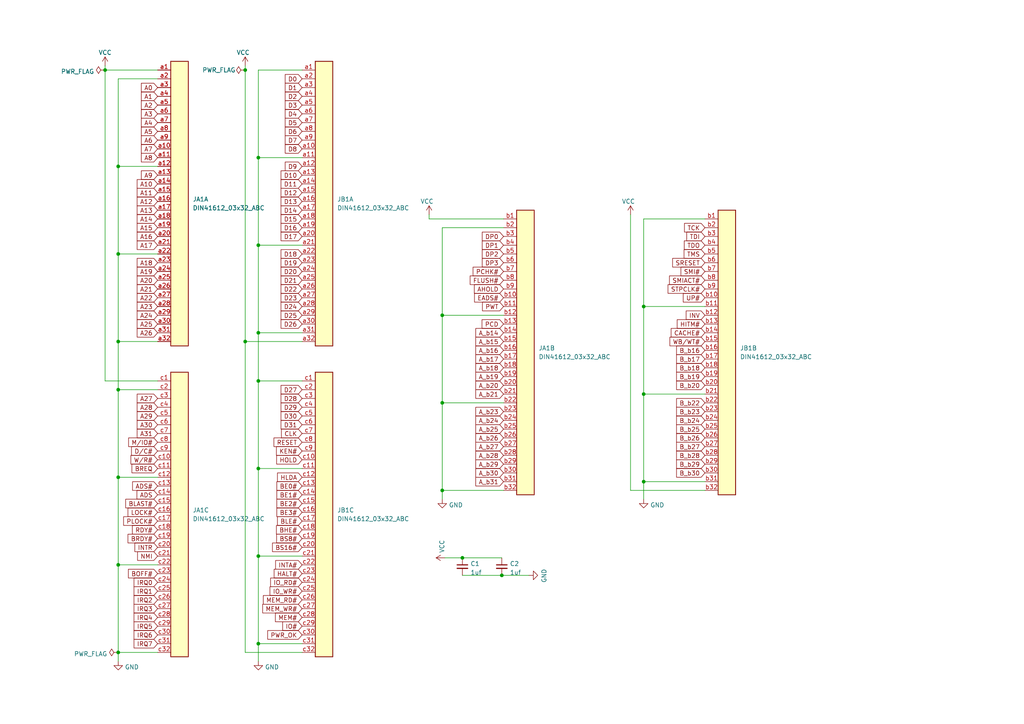
<source format=kicad_sch>
(kicad_sch (version 20211123) (generator eeschema)
  (paper "A4")
  (lib_symbols
    (symbol "Device:C_Small" (pin_numbers hide) (pin_names (offset 0.254) hide)
      (property "Reference" "C" (at 0.254 1.778 0))
      (property "Value" "C_Small" (at 0.254 -2.032 0))
      (symbol "C_Small_0_1"
        (polyline (pts (xy -1.524 -0.508) (xy 1.524 -0.508)) (stroke (width 0.3302)))
        (polyline (pts (xy -1.524 0.508) (xy 1.524 0.508)) (stroke (width 0.3048)))
      )
      (symbol "C_Small_1_1"
        (pin passive line (at 0 2.54 270) (length 2.032) (name "~") (number "1"))
        (pin passive line (at 0 -2.54 90) (length 2.032) (name "~") (number "2"))
      )
    )
    (symbol "Private Lib:DIN41612_03x32_ABC"
      (property "Reference" "U" (at 0 0 0))
      (property "Value" "DIN41612_03x32_ABC" (at 0 2.54 0))
      (symbol "DIN41612_03x32_ABC_0_1"
        (rectangle (start -2.54 -2.54) (end 2.54 -85.09) (stroke (width 0.254)) (fill (type background)))
      )
      (symbol "DIN41612_03x32_ABC_1_1"
        (pin passive line (at -6.35 -5.08 0) (length 3.81) (name "") (number "a1"))
        (pin passive line (at -6.35 -27.94 0) (length 3.81) (name "") (number "a10"))
        (pin passive line (at -6.35 -30.48 0) (length 3.81) (name "") (number "a11"))
        (pin passive line (at -6.35 -33.02 0) (length 3.81) (name "") (number "a12"))
        (pin passive line (at -6.35 -35.56 0) (length 3.81) (name "") (number "a13"))
        (pin passive line (at -6.35 -38.1 0) (length 3.81) (name "") (number "a14"))
        (pin passive line (at -6.35 -40.64 0) (length 3.81) (name "") (number "a15"))
        (pin passive line (at -6.35 -43.18 0) (length 3.81) (name "") (number "a16"))
        (pin passive line (at -6.35 -45.72 0) (length 3.81) (name "") (number "a17"))
        (pin passive line (at -6.35 -48.26 0) (length 3.81) (name "") (number "a18"))
        (pin passive line (at -6.35 -50.8 0) (length 3.81) (name "") (number "a19"))
        (pin passive line (at -6.35 -7.62 0) (length 3.81) (name "") (number "a2"))
        (pin passive line (at -6.35 -53.34 0) (length 3.81) (name "") (number "a20"))
        (pin passive line (at -6.35 -55.88 0) (length 3.81) (name "") (number "a21"))
        (pin passive line (at -6.35 -58.42 0) (length 3.81) (name "") (number "a22"))
        (pin passive line (at -6.35 -60.96 0) (length 3.81) (name "") (number "a23"))
        (pin passive line (at -6.35 -63.5 0) (length 3.81) (name "") (number "a24"))
        (pin passive line (at -6.35 -66.04 0) (length 3.81) (name "") (number "a25"))
        (pin passive line (at -6.35 -68.58 0) (length 3.81) (name "") (number "a26"))
        (pin passive line (at -6.35 -71.12 0) (length 3.81) (name "") (number "a27"))
        (pin passive line (at -6.35 -73.66 0) (length 3.81) (name "") (number "a28"))
        (pin passive line (at -6.35 -76.2 0) (length 3.81) (name "") (number "a29"))
        (pin passive line (at -6.35 -10.16 0) (length 3.81) (name "") (number "a3"))
        (pin passive line (at -6.35 -78.74 0) (length 3.81) (name "") (number "a30"))
        (pin passive line (at -6.35 -81.28 0) (length 3.81) (name "") (number "a31"))
        (pin passive line (at -6.35 -83.82 0) (length 3.81) (name "") (number "a32"))
        (pin passive line (at -6.35 -12.7 0) (length 3.81) (name "") (number "a4"))
        (pin passive line (at -6.35 -15.24 0) (length 3.81) (name "") (number "a5"))
        (pin passive line (at -6.35 -17.78 0) (length 3.81) (name "") (number "a6"))
        (pin passive line (at -6.35 -20.32 0) (length 3.81) (name "") (number "a7"))
        (pin passive line (at -6.35 -22.86 0) (length 3.81) (name "") (number "a8"))
        (pin passive line (at -6.35 -25.4 0) (length 3.81) (name "") (number "a9"))
      )
      (symbol "DIN41612_03x32_ABC_2_1"
        (pin passive line (at -6.35 -5.08 0) (length 3.81) (name "") (number "b1"))
        (pin passive line (at -6.35 -27.94 0) (length 3.81) (name "") (number "b10"))
        (pin passive line (at -6.35 -30.48 0) (length 3.81) (name "") (number "b11"))
        (pin passive line (at -6.35 -33.02 0) (length 3.81) (name "") (number "b12"))
        (pin passive line (at -6.35 -35.56 0) (length 3.81) (name "") (number "b13"))
        (pin passive line (at -6.35 -38.1 0) (length 3.81) (name "") (number "b14"))
        (pin passive line (at -6.35 -40.64 0) (length 3.81) (name "") (number "b15"))
        (pin passive line (at -6.35 -43.18 0) (length 3.81) (name "") (number "b16"))
        (pin passive line (at -6.35 -45.72 0) (length 3.81) (name "") (number "b17"))
        (pin passive line (at -6.35 -48.26 0) (length 3.81) (name "") (number "b18"))
        (pin passive line (at -6.35 -50.8 0) (length 3.81) (name "") (number "b19"))
        (pin passive line (at -6.35 -7.62 0) (length 3.81) (name "") (number "b2"))
        (pin passive line (at -6.35 -53.34 0) (length 3.81) (name "") (number "b20"))
        (pin passive line (at -6.35 -55.88 0) (length 3.81) (name "") (number "b21"))
        (pin passive line (at -6.35 -58.42 0) (length 3.81) (name "") (number "b22"))
        (pin passive line (at -6.35 -60.96 0) (length 3.81) (name "") (number "b23"))
        (pin passive line (at -6.35 -63.5 0) (length 3.81) (name "") (number "b24"))
        (pin passive line (at -6.35 -66.04 0) (length 3.81) (name "") (number "b25"))
        (pin passive line (at -6.35 -68.58 0) (length 3.81) (name "") (number "b26"))
        (pin passive line (at -6.35 -71.12 0) (length 3.81) (name "") (number "b27"))
        (pin passive line (at -6.35 -73.66 0) (length 3.81) (name "") (number "b28"))
        (pin passive line (at -6.35 -76.2 0) (length 3.81) (name "") (number "b29"))
        (pin passive line (at -6.35 -10.16 0) (length 3.81) (name "") (number "b3"))
        (pin passive line (at -6.35 -78.74 0) (length 3.81) (name "") (number "b30"))
        (pin passive line (at -6.35 -81.28 0) (length 3.81) (name "") (number "b31"))
        (pin passive line (at -6.35 -83.82 0) (length 3.81) (name "") (number "b32"))
        (pin passive line (at -6.35 -12.7 0) (length 3.81) (name "") (number "b4"))
        (pin passive line (at -6.35 -15.24 0) (length 3.81) (name "") (number "b5"))
        (pin passive line (at -6.35 -17.78 0) (length 3.81) (name "") (number "b6"))
        (pin passive line (at -6.35 -20.32 0) (length 3.81) (name "") (number "b7"))
        (pin passive line (at -6.35 -22.86 0) (length 3.81) (name "") (number "b8"))
        (pin passive line (at -6.35 -25.4 0) (length 3.81) (name "") (number "b9"))
      )
      (symbol "DIN41612_03x32_ABC_3_1"
        (pin passive line (at -6.35 -5.08 0) (length 3.81) (name "") (number "c1"))
        (pin passive line (at -6.35 -27.94 0) (length 3.81) (name "") (number "c10"))
        (pin passive line (at -6.35 -30.48 0) (length 3.81) (name "") (number "c11"))
        (pin passive line (at -6.35 -33.02 0) (length 3.81) (name "") (number "c12"))
        (pin passive line (at -6.35 -35.56 0) (length 3.81) (name "") (number "c13"))
        (pin passive line (at -6.35 -38.1 0) (length 3.81) (name "") (number "c14"))
        (pin passive line (at -6.35 -40.64 0) (length 3.81) (name "") (number "c15"))
        (pin passive line (at -6.35 -43.18 0) (length 3.81) (name "") (number "c16"))
        (pin passive line (at -6.35 -45.72 0) (length 3.81) (name "") (number "c17"))
        (pin passive line (at -6.35 -48.26 0) (length 3.81) (name "") (number "c18"))
        (pin passive line (at -6.35 -50.8 0) (length 3.81) (name "") (number "c19"))
        (pin passive line (at -6.35 -7.62 0) (length 3.81) (name "") (number "c2"))
        (pin passive line (at -6.35 -53.34 0) (length 3.81) (name "") (number "c20"))
        (pin passive line (at -6.35 -55.88 0) (length 3.81) (name "") (number "c21"))
        (pin passive line (at -6.35 -58.42 0) (length 3.81) (name "") (number "c22"))
        (pin passive line (at -6.35 -60.96 0) (length 3.81) (name "") (number "c23"))
        (pin passive line (at -6.35 -63.5 0) (length 3.81) (name "") (number "c24"))
        (pin passive line (at -6.35 -66.04 0) (length 3.81) (name "") (number "c25"))
        (pin passive line (at -6.35 -68.58 0) (length 3.81) (name "") (number "c26"))
        (pin passive line (at -6.35 -71.12 0) (length 3.81) (name "") (number "c27"))
        (pin passive line (at -6.35 -73.66 0) (length 3.81) (name "") (number "c28"))
        (pin passive line (at -6.35 -76.2 0) (length 3.81) (name "") (number "c29"))
        (pin passive line (at -6.35 -10.16 0) (length 3.81) (name "") (number "c3"))
        (pin passive line (at -6.35 -78.74 0) (length 3.81) (name "") (number "c30"))
        (pin passive line (at -6.35 -81.28 0) (length 3.81) (name "") (number "c31"))
        (pin passive line (at -6.35 -83.82 0) (length 3.81) (name "") (number "c32"))
        (pin passive line (at -6.35 -12.7 0) (length 3.81) (name "") (number "c4"))
        (pin passive line (at -6.35 -15.24 0) (length 3.81) (name "") (number "c5"))
        (pin passive line (at -6.35 -17.78 0) (length 3.81) (name "") (number "c6"))
        (pin passive line (at -6.35 -20.32 0) (length 3.81) (name "") (number "c7"))
        (pin passive line (at -6.35 -22.86 0) (length 3.81) (name "") (number "c8"))
        (pin passive line (at -6.35 -25.4 0) (length 3.81) (name "") (number "c9"))
      )
    )
    (symbol "power:GND" (power) (pin_names (offset 0))
      (property "Value" "GND" (at 0 -3.81 0))
      (symbol "GND_0_1"
        (polyline (pts (xy 0 0) (xy 0 -1.27) (xy 1.27 -1.27) (xy 0 -2.54) (xy -1.27 -1.27) (xy 0 -1.27)))
      )
      (symbol "GND_1_1"
        (pin power_in line (at 0 0 270) (length 0) hide (name "GND") (number "1"))
      )
    )
    (symbol "power:PWR_FLAG" (power) (pin_numbers hide) (pin_names (offset 0) hide)
      (property "Value" "PWR_FLAG" (at 0 3.81 0))
      (symbol "PWR_FLAG_0_0"
        (pin power_out line (at 0 0 90) (length 0) (name "pwr") (number "1"))
      )
      (symbol "PWR_FLAG_0_1"
        (polyline (pts (xy 0 0) (xy 0 1.27) (xy -1.016 1.905) (xy 0 2.54) (xy 1.016 1.905) (xy 0 1.27)))
      )
    )
    (symbol "power:VCC" (power) (pin_names (offset 0))
      (property "Value" "VCC" (at 0 3.81 0))
      (symbol "VCC_0_1"
        (polyline (pts (xy -0.762 1.27) (xy 0 2.54)))
        (polyline (pts (xy 0 0) (xy 0 2.54)))
        (polyline (pts (xy 0 2.54) (xy 0.762 1.27)))
      )
      (symbol "VCC_1_1"
        (pin power_in line (at 0 0 90) (length 0) hide (name "VCC") (number "1"))
      )
    )
  )
  (junction (at 34.29 189.23))
  (junction (at 74.93 135.89))
  (junction (at 134.112 161.798))
  (junction (at 128.27 142.24))
  (junction (at 34.29 138.43))
  (junction (at 186.69 114.3))
  (junction (at 34.29 163.83))
  (junction (at 34.29 113.03))
  (junction (at 186.69 88.9))
  (junction (at 74.93 186.69))
  (junction (at 34.29 48.26))
  (junction (at 34.29 99.06))
  (junction (at 71.12 20.32))
  (junction (at 71.12 99.06))
  (junction (at 74.93 71.12))
  (junction (at 145.542 166.878))
  (junction (at 74.93 96.52))
  (junction (at 74.93 45.72))
  (junction (at 74.93 161.29))
  (junction (at 128.27 91.44))
  (junction (at 128.27 116.84))
  (junction (at 74.93 110.49))
  (junction (at 30.48 20.32))
  (junction (at 34.29 73.66))
  (junction (at 186.69 139.7))
  (wire (pts (xy 34.29 113.03) (xy 34.29 138.43)))
  (wire (pts (xy 30.48 19.05) (xy 30.48 20.32)))
  (wire (pts (xy 124.46 63.5) (xy 146.05 63.5)))
  (wire (pts (xy 34.29 99.06) (xy 34.29 113.03)))
  (wire (pts (xy 30.48 20.32) (xy 30.48 110.49)))
  (wire (pts (xy 34.29 73.66) (xy 34.29 99.06)))
  (wire (pts (xy 186.69 88.9) (xy 186.69 114.3)))
  (wire (pts (xy 74.93 135.89) (xy 87.63 135.89)))
  (wire (pts (xy 34.29 189.23) (xy 45.72 189.23)))
  (wire (pts (xy 45.72 22.86) (xy 34.29 22.86)))
  (wire (pts (xy 74.93 161.29) (xy 74.93 186.69)))
  (wire (pts (xy 186.69 88.9) (xy 204.47 88.9)))
  (wire (pts (xy 71.12 99.06) (xy 71.12 189.23)))
  (wire (pts (xy 34.29 163.83) (xy 45.72 163.83)))
  (wire (pts (xy 34.29 48.26) (xy 34.29 73.66)))
  (wire (pts (xy 74.93 161.29) (xy 87.63 161.29)))
  (wire (pts (xy 128.27 116.84) (xy 128.27 142.24)))
  (wire (pts (xy 182.88 62.23) (xy 182.88 142.24)))
  (wire (pts (xy 146.05 66.04) (xy 128.27 66.04)))
  (wire (pts (xy 74.93 135.89) (xy 74.93 161.29)))
  (wire (pts (xy 146.05 116.84) (xy 128.27 116.84)))
  (wire (pts (xy 74.93 45.72) (xy 74.93 71.12)))
  (wire (pts (xy 30.48 110.49) (xy 45.72 110.49)))
  (wire (pts (xy 74.93 186.69) (xy 87.63 186.69)))
  (wire (pts (xy 34.29 138.43) (xy 45.72 138.43)))
  (wire (pts (xy 74.93 71.12) (xy 74.93 96.52)))
  (wire (pts (xy 74.93 96.52) (xy 87.63 96.52)))
  (wire (pts (xy 71.12 189.23) (xy 87.63 189.23)))
  (wire (pts (xy 74.93 20.32) (xy 74.93 45.72)))
  (wire (pts (xy 204.47 114.3) (xy 186.69 114.3)))
  (wire (pts (xy 74.93 110.49) (xy 74.93 135.89)))
  (wire (pts (xy 71.12 19.05) (xy 71.12 20.32)))
  (wire (pts (xy 145.542 166.878) (xy 153.416 166.878)))
  (wire (pts (xy 204.47 142.24) (xy 182.88 142.24)))
  (wire (pts (xy 128.27 144.78) (xy 128.27 142.24)))
  (wire (pts (xy 124.46 62.23) (xy 124.46 63.5)))
  (wire (pts (xy 30.48 20.32) (xy 45.72 20.32)))
  (wire (pts (xy 34.29 48.26) (xy 45.72 48.26)))
  (wire (pts (xy 34.29 73.66) (xy 45.72 73.66)))
  (wire (pts (xy 74.93 45.72) (xy 87.63 45.72)))
  (wire (pts (xy 204.47 139.7) (xy 186.69 139.7)))
  (wire (pts (xy 34.29 22.86) (xy 34.29 48.26)))
  (wire (pts (xy 71.12 99.06) (xy 87.63 99.06)))
  (wire (pts (xy 34.29 163.83) (xy 34.29 189.23)))
  (wire (pts (xy 34.29 191.77) (xy 34.29 189.23)))
  (wire (pts (xy 74.93 71.12) (xy 87.63 71.12)))
  (wire (pts (xy 74.93 110.49) (xy 87.63 110.49)))
  (wire (pts (xy 34.29 99.06) (xy 45.72 99.06)))
  (wire (pts (xy 186.69 114.3) (xy 186.69 139.7)))
  (wire (pts (xy 146.05 142.24) (xy 128.27 142.24)))
  (wire (pts (xy 128.27 91.44) (xy 146.05 91.44)))
  (wire (pts (xy 34.29 113.03) (xy 45.72 113.03)))
  (wire (pts (xy 71.12 20.32) (xy 71.12 99.06)))
  (wire (pts (xy 74.93 96.52) (xy 74.93 110.49)))
  (wire (pts (xy 186.69 139.7) (xy 186.69 144.78)))
  (wire (pts (xy 134.112 161.798) (xy 145.542 161.798)))
  (wire (pts (xy 87.63 20.32) (xy 74.93 20.32)))
  (wire (pts (xy 129.032 161.798) (xy 134.112 161.798)))
  (wire (pts (xy 128.27 66.04) (xy 128.27 91.44)))
  (wire (pts (xy 204.47 63.5) (xy 186.69 63.5)))
  (wire (pts (xy 74.93 186.69) (xy 74.93 191.77)))
  (wire (pts (xy 34.29 138.43) (xy 34.29 163.83)))
  (wire (pts (xy 128.27 91.44) (xy 128.27 116.84)))
  (wire (pts (xy 186.69 63.5) (xy 186.69 88.9)))
  (wire (pts (xy 134.112 166.878) (xy 145.542 166.878)))
  (global_label "A9" (shape input) (at 45.72 50.8 180) (property "Intersheet References" "${INTERSHEET_REFS}" (effects hide)))
  (global_label "A26" (shape input) (at 45.72 96.52 180) (property "Intersheet References" "${INTERSHEET_REFS}" (effects hide)))
  (global_label "PLOCK#" (shape input) (at 45.72 151.13 180) (property "Intersheet References" "${INTERSHEET_REFS}" (effects hide)))
  (global_label "ADS" (shape input) (at 45.72 143.51 180) (property "Intersheet References" "${INTERSHEET_REFS}" (effects hide)))
  (global_label "BOFF#" (shape input) (at 45.72 166.37 180) (property "Intersheet References" "${INTERSHEET_REFS}" (effects hide)))
  (global_label "A20" (shape input) (at 45.72 81.28 180) (property "Intersheet References" "${INTERSHEET_REFS}" (effects hide)))
  (global_label "D26" (shape input) (at 87.63 93.98 180) (property "Intersheet References" "${INTERSHEET_REFS}" (effects hide)))
  (global_label "D16" (shape input) (at 87.63 66.04 180) (property "Intersheet References" "${INTERSHEET_REFS}" (effects hide)))
  (global_label "D28" (shape input) (at 87.63 115.57 180) (property "Intersheet References" "${INTERSHEET_REFS}" (effects hide)))
  (global_label "SMIACT#" (shape input) (at 204.47 81.28 180) (property "Intersheet References" "${INTERSHEET_REFS}" (effects hide)))
  (global_label "B_b18" (shape input) (at 204.47 106.68 180) (property "Intersheet References" "${INTERSHEET_REFS}" (effects hide)))
  (global_label "A15" (shape input) (at 45.72 66.04 180) (property "Intersheet References" "${INTERSHEET_REFS}" (effects hide)))
  (global_label "A27" (shape input) (at 45.72 115.57 180) (property "Intersheet References" "${INTERSHEET_REFS}" (effects hide)))
  (global_label "A_b27" (shape input) (at 146.05 129.54 180) (property "Intersheet References" "${INTERSHEET_REFS}" (effects hide)))
  (global_label "D{slash}C#" (shape input) (at 45.72 130.81 180) (property "Intersheet References" "${INTERSHEET_REFS}" (effects hide)))
  (global_label "TCK" (shape input) (at 204.47 66.04 180) (property "Intersheet References" "${INTERSHEET_REFS}" (effects hide)))
  (global_label "A_b29" (shape input) (at 146.05 134.62 180) (property "Intersheet References" "${INTERSHEET_REFS}" (effects hide)))
  (global_label "D19" (shape input) (at 87.63 76.2 180) (property "Intersheet References" "${INTERSHEET_REFS}" (effects hide)))
  (global_label "D13" (shape input) (at 87.63 58.42 180) (property "Intersheet References" "${INTERSHEET_REFS}" (effects hide)))
  (global_label "B_b24" (shape input) (at 204.47 121.92 180) (property "Intersheet References" "${INTERSHEET_REFS}" (effects hide)))
  (global_label "A8" (shape input) (at 45.72 45.72 180) (property "Intersheet References" "${INTERSHEET_REFS}" (effects hide)))
  (global_label "A14" (shape input) (at 45.72 63.5 180) (property "Intersheet References" "${INTERSHEET_REFS}" (effects hide)))
  (global_label "B_b25" (shape input) (at 204.47 124.46 180) (property "Intersheet References" "${INTERSHEET_REFS}" (effects hide)))
  (global_label "B_b16" (shape input) (at 204.47 101.6 180) (property "Intersheet References" "${INTERSHEET_REFS}" (effects hide)))
  (global_label "SMI#" (shape input) (at 204.47 78.74 180) (property "Intersheet References" "${INTERSHEET_REFS}" (effects hide)))
  (global_label "A7" (shape input) (at 45.72 43.18 180) (property "Intersheet References" "${INTERSHEET_REFS}" (effects hide)))
  (global_label "UP#" (shape input) (at 204.47 86.36 180) (property "Intersheet References" "${INTERSHEET_REFS}" (effects hide)))
  (global_label "D8" (shape input) (at 87.63 43.18 180) (property "Intersheet References" "${INTERSHEET_REFS}" (effects hide)))
  (global_label "D29" (shape input) (at 87.63 118.11 180) (property "Intersheet References" "${INTERSHEET_REFS}" (effects hide)))
  (global_label "INTA#" (shape input) (at 87.63 163.83 180) (property "Intersheet References" "${INTERSHEET_REFS}" (effects hide)))
  (global_label "B_b30" (shape input) (at 204.47 137.16 180) (property "Intersheet References" "${INTERSHEET_REFS}" (effects hide)))
  (global_label "A_b21" (shape input) (at 146.05 114.3 180) (property "Intersheet References" "${INTERSHEET_REFS}" (effects hide)))
  (global_label "B_b19" (shape input) (at 204.47 109.22 180) (property "Intersheet References" "${INTERSHEET_REFS}" (effects hide)))
  (global_label "A28" (shape input) (at 45.72 118.11 180) (property "Intersheet References" "${INTERSHEET_REFS}" (effects hide)))
  (global_label "A_b30" (shape input) (at 146.05 137.16 180) (property "Intersheet References" "${INTERSHEET_REFS}" (effects hide)))
  (global_label "INV" (shape input) (at 204.47 91.44 180) (property "Intersheet References" "${INTERSHEET_REFS}" (effects hide)))
  (global_label "A19" (shape input) (at 45.72 78.74 180) (property "Intersheet References" "${INTERSHEET_REFS}" (effects hide)))
  (global_label "PWR_OK" (shape input) (at 87.63 184.15 180) (property "Intersheet References" "${INTERSHEET_REFS}" (effects hide)))
  (global_label "A0" (shape input) (at 45.72 25.4 180) (property "Intersheet References" "${INTERSHEET_REFS}" (effects hide)))
  (global_label "INTR" (shape input) (at 45.72 158.75 180) (property "Intersheet References" "${INTERSHEET_REFS}" (effects hide)))
  (global_label "A10" (shape input) (at 45.72 53.34 180) (property "Intersheet References" "${INTERSHEET_REFS}" (effects hide)))
  (global_label "DP0" (shape input) (at 146.05 68.58 180) (property "Intersheet References" "${INTERSHEET_REFS}" (effects hide)))
  (global_label "D1" (shape input) (at 87.63 25.4 180) (property "Intersheet References" "${INTERSHEET_REFS}" (effects hide)))
  (global_label "BRDY#" (shape input) (at 45.72 156.21 180) (property "Intersheet References" "${INTERSHEET_REFS}" (effects hide)))
  (global_label "BREQ" (shape input) (at 45.72 135.89 180) (property "Intersheet References" "${INTERSHEET_REFS}" (effects hide)))
  (global_label "A3" (shape input) (at 45.72 33.02 180) (property "Intersheet References" "${INTERSHEET_REFS}" (effects hide)))
  (global_label "WB{slash}WT#" (shape input) (at 204.47 99.06 180) (property "Intersheet References" "${INTERSHEET_REFS}" (effects hide)))
  (global_label "W{slash}R#" (shape input) (at 45.72 133.35 180) (property "Intersheet References" "${INTERSHEET_REFS}" (effects hide)))
  (global_label "IRQ4" (shape input) (at 45.72 179.07 180) (property "Intersheet References" "${INTERSHEET_REFS}" (effects hide)))
  (global_label "STPCLK#" (shape input) (at 204.47 83.82 180) (property "Intersheet References" "${INTERSHEET_REFS}" (effects hide)))
  (global_label "D9" (shape input) (at 87.63 48.26 180) (property "Intersheet References" "${INTERSHEET_REFS}" (effects hide)))
  (global_label "BLE#" (shape input) (at 87.63 151.13 180) (property "Intersheet References" "${INTERSHEET_REFS}" (effects hide)))
  (global_label "A22" (shape input) (at 45.72 86.36 180) (property "Intersheet References" "${INTERSHEET_REFS}" (effects hide)))
  (global_label "D15" (shape input) (at 87.63 63.5 180) (property "Intersheet References" "${INTERSHEET_REFS}" (effects hide)))
  (global_label "D6" (shape input) (at 87.63 38.1 180) (property "Intersheet References" "${INTERSHEET_REFS}" (effects hide)))
  (global_label "A31" (shape input) (at 45.72 125.73 180) (property "Intersheet References" "${INTERSHEET_REFS}" (effects hide)))
  (global_label "B_b29" (shape input) (at 204.47 134.62 180) (property "Intersheet References" "${INTERSHEET_REFS}" (effects hide)))
  (global_label "IO_WR#" (shape input) (at 87.63 171.45 180) (property "Intersheet References" "${INTERSHEET_REFS}" (effects hide)))
  (global_label "A11" (shape input) (at 45.72 55.88 180) (property "Intersheet References" "${INTERSHEET_REFS}" (effects hide)))
  (global_label "TDO" (shape input) (at 204.47 71.12 180) (property "Intersheet References" "${INTERSHEET_REFS}" (effects hide)))
  (global_label "BE3#" (shape input) (at 87.63 148.59 180) (property "Intersheet References" "${INTERSHEET_REFS}" (effects hide)))
  (global_label "A_b17" (shape input) (at 146.05 104.14 180) (property "Intersheet References" "${INTERSHEET_REFS}" (effects hide)))
  (global_label "KEN#" (shape input) (at 87.63 130.81 180) (property "Intersheet References" "${INTERSHEET_REFS}" (effects hide)))
  (global_label "PCD" (shape input) (at 146.05 93.98 180) (property "Intersheet References" "${INTERSHEET_REFS}" (effects hide)))
  (global_label "A25" (shape input) (at 45.72 93.98 180) (property "Intersheet References" "${INTERSHEET_REFS}" (effects hide)))
  (global_label "A21" (shape input) (at 45.72 83.82 180) (property "Intersheet References" "${INTERSHEET_REFS}" (effects hide)))
  (global_label "B_b20" (shape input) (at 204.47 111.76 180) (property "Intersheet References" "${INTERSHEET_REFS}" (effects hide)))
  (global_label "IRQ3" (shape input) (at 45.72 176.53 180) (property "Intersheet References" "${INTERSHEET_REFS}" (effects hide)))
  (global_label "D27" (shape input) (at 87.63 113.03 180) (property "Intersheet References" "${INTERSHEET_REFS}" (effects hide)))
  (global_label "BS16#" (shape input) (at 87.63 158.75 180) (property "Intersheet References" "${INTERSHEET_REFS}" (effects hide)))
  (global_label "IRQ6" (shape input) (at 45.72 184.15 180) (property "Intersheet References" "${INTERSHEET_REFS}" (effects hide)))
  (global_label "D23" (shape input) (at 87.63 86.36 180) (property "Intersheet References" "${INTERSHEET_REFS}" (effects hide)))
  (global_label "A13" (shape input) (at 45.72 60.96 180) (property "Intersheet References" "${INTERSHEET_REFS}" (effects hide)))
  (global_label "MEM#" (shape input) (at 87.63 179.07 180) (property "Intersheet References" "${INTERSHEET_REFS}" (effects hide)))
  (global_label "D21" (shape input) (at 87.63 81.28 180) (property "Intersheet References" "${INTERSHEET_REFS}" (effects hide)))
  (global_label "IRQ5" (shape input) (at 45.72 181.61 180) (property "Intersheet References" "${INTERSHEET_REFS}" (effects hide)))
  (global_label "D22" (shape input) (at 87.63 83.82 180) (property "Intersheet References" "${INTERSHEET_REFS}" (effects hide)))
  (global_label "HOLD" (shape input) (at 87.63 133.35 180) (property "Intersheet References" "${INTERSHEET_REFS}" (effects hide)))
  (global_label "A_b26" (shape input) (at 146.05 127 180) (property "Intersheet References" "${INTERSHEET_REFS}" (effects hide)))
  (global_label "FLUSH#" (shape input) (at 146.05 81.28 180) (property "Intersheet References" "${INTERSHEET_REFS}" (effects hide)))
  (global_label "D18" (shape input) (at 87.63 73.66 180) (property "Intersheet References" "${INTERSHEET_REFS}" (effects hide)))
  (global_label "D7" (shape input) (at 87.63 40.64 180) (property "Intersheet References" "${INTERSHEET_REFS}" (effects hide)))
  (global_label "D30" (shape input) (at 87.63 120.65 180) (property "Intersheet References" "${INTERSHEET_REFS}" (effects hide)))
  (global_label "BE0#" (shape input) (at 87.63 140.97 180) (property "Intersheet References" "${INTERSHEET_REFS}" (effects hide)))
  (global_label "A_b14" (shape input) (at 146.05 96.52 180) (property "Intersheet References" "${INTERSHEET_REFS}" (effects hide)))
  (global_label "SRESET" (shape input) (at 204.47 76.2 180) (property "Intersheet References" "${INTERSHEET_REFS}" (effects hide)))
  (global_label "A29" (shape input) (at 45.72 120.65 180) (property "Intersheet References" "${INTERSHEET_REFS}" (effects hide)))
  (global_label "D17" (shape input) (at 87.63 68.58 180) (property "Intersheet References" "${INTERSHEET_REFS}" (effects hide)))
  (global_label "LOCK#" (shape input) (at 45.72 148.59 180) (property "Intersheet References" "${INTERSHEET_REFS}" (effects hide)))
  (global_label "A30" (shape input) (at 45.72 123.19 180) (property "Intersheet References" "${INTERSHEET_REFS}" (effects hide)))
  (global_label "D11" (shape input) (at 87.63 53.34 180) (property "Intersheet References" "${INTERSHEET_REFS}" (effects hide)))
  (global_label "D20" (shape input) (at 87.63 78.74 180) (property "Intersheet References" "${INTERSHEET_REFS}" (effects hide)))
  (global_label "M{slash}IO#" (shape input) (at 45.72 128.27 180) (property "Intersheet References" "${INTERSHEET_REFS}" (effects hide)))
  (global_label "DP2" (shape input) (at 146.05 73.66 180) (property "Intersheet References" "${INTERSHEET_REFS}" (effects hide)))
  (global_label "BLAST#" (shape input) (at 45.72 146.05 180) (property "Intersheet References" "${INTERSHEET_REFS}" (effects hide)))
  (global_label "CACHE#" (shape input) (at 204.47 96.52 180) (property "Intersheet References" "${INTERSHEET_REFS}" (effects hide)))
  (global_label "A_b15" (shape input) (at 146.05 99.06 180) (property "Intersheet References" "${INTERSHEET_REFS}" (effects hide)))
  (global_label "A1" (shape input) (at 45.72 27.94 180) (property "Intersheet References" "${INTERSHEET_REFS}" (effects hide)))
  (global_label "D24" (shape input) (at 87.63 88.9 180) (property "Intersheet References" "${INTERSHEET_REFS}" (effects hide)))
  (global_label "A_b18" (shape input) (at 146.05 106.68 180) (property "Intersheet References" "${INTERSHEET_REFS}" (effects hide)))
  (global_label "PCHK#" (shape input) (at 146.05 78.74 180) (property "Intersheet References" "${INTERSHEET_REFS}" (effects hide)))
  (global_label "A6" (shape input) (at 45.72 40.64 180) (property "Intersheet References" "${INTERSHEET_REFS}" (effects hide)))
  (global_label "MEM_WR#" (shape input) (at 87.63 176.53 180) (property "Intersheet References" "${INTERSHEET_REFS}" (effects hide)))
  (global_label "A_b20" (shape input) (at 146.05 111.76 180) (property "Intersheet References" "${INTERSHEET_REFS}" (effects hide)))
  (global_label "AHOLD" (shape input) (at 146.05 83.82 180) (property "Intersheet References" "${INTERSHEET_REFS}" (effects hide)))
  (global_label "B_b22" (shape input) (at 204.47 116.84 180) (property "Intersheet References" "${INTERSHEET_REFS}" (effects hide)))
  (global_label "TMS" (shape input) (at 204.47 73.66 180) (property "Intersheet References" "${INTERSHEET_REFS}" (effects hide)))
  (global_label "IRQ0" (shape input) (at 45.72 168.91 180) (property "Intersheet References" "${INTERSHEET_REFS}" (effects hide)))
  (global_label "IO#" (shape input) (at 87.63 181.61 180) (property "Intersheet References" "${INTERSHEET_REFS}" (effects hide)))
  (global_label "D31" (shape input) (at 87.63 123.19 180) (property "Intersheet References" "${INTERSHEET_REFS}" (effects hide)))
  (global_label "B_b27" (shape input) (at 204.47 129.54 180) (property "Intersheet References" "${INTERSHEET_REFS}" (effects hide)))
  (global_label "DP1" (shape input) (at 146.05 71.12 180) (property "Intersheet References" "${INTERSHEET_REFS}" (effects hide)))
  (global_label "A_b16" (shape input) (at 146.05 101.6 180) (property "Intersheet References" "${INTERSHEET_REFS}" (effects hide)))
  (global_label "D2" (shape input) (at 87.63 27.94 180) (property "Intersheet References" "${INTERSHEET_REFS}" (effects hide)))
  (global_label "D12" (shape input) (at 87.63 55.88 180) (property "Intersheet References" "${INTERSHEET_REFS}" (effects hide)))
  (global_label "BE2#" (shape input) (at 87.63 146.05 180) (property "Intersheet References" "${INTERSHEET_REFS}" (effects hide)))
  (global_label "A4" (shape input) (at 45.72 35.56 180) (property "Intersheet References" "${INTERSHEET_REFS}" (effects hide)))
  (global_label "A_b24" (shape input) (at 146.05 121.92 180) (property "Intersheet References" "${INTERSHEET_REFS}" (effects hide)))
  (global_label "IRQ1" (shape input) (at 45.72 171.45 180) (property "Intersheet References" "${INTERSHEET_REFS}" (effects hide)))
  (global_label "D3" (shape input) (at 87.63 30.48 180) (property "Intersheet References" "${INTERSHEET_REFS}" (effects hide)))
  (global_label "NMI" (shape input) (at 45.72 161.29 180) (property "Intersheet References" "${INTERSHEET_REFS}" (effects hide)))
  (global_label "A16" (shape input) (at 45.72 68.58 180) (property "Intersheet References" "${INTERSHEET_REFS}" (effects hide)))
  (global_label "IO_RD#" (shape input) (at 87.63 168.91 180) (property "Intersheet References" "${INTERSHEET_REFS}" (effects hide)))
  (global_label "A_b23" (shape input) (at 146.05 119.38 180) (property "Intersheet References" "${INTERSHEET_REFS}" (effects hide)))
  (global_label "D0" (shape input) (at 87.63 22.86 180) (property "Intersheet References" "${INTERSHEET_REFS}" (effects hide)))
  (global_label "TDI" (shape input) (at 204.47 68.58 180) (property "Intersheet References" "${INTERSHEET_REFS}" (effects hide)))
  (global_label "B_b23" (shape input) (at 204.47 119.38 180) (property "Intersheet References" "${INTERSHEET_REFS}" (effects hide)))
  (global_label "A_b31" (shape input) (at 146.05 139.7 180) (property "Intersheet References" "${INTERSHEET_REFS}" (effects hide)))
  (global_label "D25" (shape input) (at 87.63 91.44 180) (property "Intersheet References" "${INTERSHEET_REFS}" (effects hide)))
  (global_label "DP3" (shape input) (at 146.05 76.2 180) (property "Intersheet References" "${INTERSHEET_REFS}" (effects hide)))
  (global_label "A23" (shape input) (at 45.72 88.9 180) (property "Intersheet References" "${INTERSHEET_REFS}" (effects hide)))
  (global_label "A24" (shape input) (at 45.72 91.44 180) (property "Intersheet References" "${INTERSHEET_REFS}" (effects hide)))
  (global_label "HITM#" (shape input) (at 204.47 93.98 180) (property "Intersheet References" "${INTERSHEET_REFS}" (effects hide)))
  (global_label "D10" (shape input) (at 87.63 50.8 180) (property "Intersheet References" "${INTERSHEET_REFS}" (effects hide)))
  (global_label "A_b28" (shape input) (at 146.05 132.08 180) (property "Intersheet References" "${INTERSHEET_REFS}" (effects hide)))
  (global_label "D5" (shape input) (at 87.63 35.56 180) (property "Intersheet References" "${INTERSHEET_REFS}" (effects hide)))
  (global_label "MEM_RD#" (shape input) (at 87.63 173.99 180) (property "Intersheet References" "${INTERSHEET_REFS}" (effects hide)))
  (global_label "A_b19" (shape input) (at 146.05 109.22 180) (property "Intersheet References" "${INTERSHEET_REFS}" (effects hide)))
  (global_label "A2" (shape input) (at 45.72 30.48 180) (property "Intersheet References" "${INTERSHEET_REFS}" (effects hide)))
  (global_label "D4" (shape input) (at 87.63 33.02 180) (property "Intersheet References" "${INTERSHEET_REFS}" (effects hide)))
  (global_label "A_b25" (shape input) (at 146.05 124.46 180) (property "Intersheet References" "${INTERSHEET_REFS}" (effects hide)))
  (global_label "D14" (shape input) (at 87.63 60.96 180) (property "Intersheet References" "${INTERSHEET_REFS}" (effects hide)))
  (global_label "IRQ2" (shape input) (at 45.72 173.99 180) (property "Intersheet References" "${INTERSHEET_REFS}" (effects hide)))
  (global_label "A18" (shape input) (at 45.72 76.2 180) (property "Intersheet References" "${INTERSHEET_REFS}" (effects hide)))
  (global_label "CLK" (shape input) (at 87.63 125.73 180) (property "Intersheet References" "${INTERSHEET_REFS}" (effects hide)))
  (global_label "B_b28" (shape input) (at 204.47 132.08 180) (property "Intersheet References" "${INTERSHEET_REFS}" (effects hide)))
  (global_label "BS8#" (shape input) (at 87.63 156.21 180) (property "Intersheet References" "${INTERSHEET_REFS}" (effects hide)))
  (global_label "A5" (shape input) (at 45.72 38.1 180) (property "Intersheet References" "${INTERSHEET_REFS}" (effects hide)))
  (global_label "IRQ7" (shape input) (at 45.72 186.69 180) (property "Intersheet References" "${INTERSHEET_REFS}" (effects hide)))
  (global_label "B_b26" (shape input) (at 204.47 127 180) (property "Intersheet References" "${INTERSHEET_REFS}" (effects hide)))
  (global_label "ADS#" (shape input) (at 45.72 140.97 180) (property "Intersheet References" "${INTERSHEET_REFS}" (effects hide)))
  (global_label "HALT#" (shape input) (at 87.63 166.37 180) (property "Intersheet References" "${INTERSHEET_REFS}" (effects hide)))
  (global_label "RDY#" (shape input) (at 45.72 153.67 180) (property "Intersheet References" "${INTERSHEET_REFS}" (effects hide)))
  (global_label "EADS#" (shape input) (at 146.05 86.36 180) (property "Intersheet References" "${INTERSHEET_REFS}" (effects hide)))
  (global_label "BHE#" (shape input) (at 87.63 153.67 180) (property "Intersheet References" "${INTERSHEET_REFS}" (effects hide)))
  (global_label "B_b17" (shape input) (at 204.47 104.14 180) (property "Intersheet References" "${INTERSHEET_REFS}" (effects hide)))
  (global_label "RESET" (shape input) (at 87.63 128.27 180) (property "Intersheet References" "${INTERSHEET_REFS}" (effects hide)))
  (global_label "PWT" (shape input) (at 146.05 88.9 180) (property "Intersheet References" "${INTERSHEET_REFS}" (effects hide)))
  (global_label "A17" (shape input) (at 45.72 71.12 180) (property "Intersheet References" "${INTERSHEET_REFS}" (effects hide)))
  (global_label "A12" (shape input) (at 45.72 58.42 180) (property "Intersheet References" "${INTERSHEET_REFS}" (effects hide)))
  (global_label "BE1#" (shape input) (at 87.63 143.51 180) (property "Intersheet References" "${INTERSHEET_REFS}" (effects hide)))
  (global_label "HLDA" (shape input) (at 87.63 138.43 180) (property "Intersheet References" "${INTERSHEET_REFS}" (effects hide)))
  (symbol (lib_id "Private Lib:DIN41612_03x32_ABC") (at 93.98 105.41 0) (unit 3)
    (property "Reference" "JB1" (at 97.79 147.9549 0) (effects (justify left)))
    (property "Value" "DIN41612_03x32_ABC" (at 97.79 150.4949 0) (effects (justify left)))
    (property "Footprint" "Connector_DIN:DIN41612_R_3x32_Male_Horizontal_THT" (effects hide))
  )
  (symbol (lib_id "Private Lib:DIN41612_03x32_ABC") (at 93.98 15.24 0) (unit 1)
    (property "Reference" "JB1" (at 97.79 57.7849 0) (effects (justify left)))
    (property "Value" "DIN41612_03x32_ABC" (at 97.79 60.3249 0) (effects (justify left)))
    (property "Footprint" "Connector_DIN:DIN41612_R_3x32_Male_Horizontal_THT" (effects hide))
  )
  (symbol (lib_id "power:VCC") (at 129.032 161.798 90) (mirror x) (unit 1)
    (property "Reference" "#PWR07" (effects hide))
    (property "Value" "VCC" (at 128.1958 160.401 0) (effects (justify right)))
  )
  (symbol (lib_id "Private Lib:DIN41612_03x32_ABC") (at 210.82 58.42 0) (unit 2)
    (property "Reference" "JB1" (at 214.63 100.9649 0) (effects (justify left)))
    (property "Value" "DIN41612_03x32_ABC" (at 214.63 103.5049 0) (effects (justify left)))
    (property "Footprint" "Connector_DIN:DIN41612_R_3x32_Male_Horizontal_THT" (effects hide))
  )
  (symbol (lib_id "Private Lib:DIN41612_03x32_ABC") (at 152.4 58.42 0) (unit 2)
    (property "Reference" "JA1" (at 156.21 100.9649 0) (effects (justify left)))
    (property "Value" "DIN41612_03x32_ABC" (at 156.21 103.5049 0) (effects (justify left)))
    (property "Footprint" "Connector_DIN:DIN41612_R_3x32_Male_Horizontal_THT" (effects hide))
  )
  (symbol (lib_id "power:GND") (at 34.29 191.77 0) (mirror y) (unit 1)
    (property "Reference" "#PWR02" (effects hide))
    (property "Value" "GND" (at 36.195 193.4738 0) (effects (justify right)))
  )
  (symbol (lib_id "power:VCC") (at 124.46 62.23 0) (mirror y) (unit 1)
    (property "Reference" "#PWR05" (effects hide))
    (property "Value" "VCC" (at 121.92 58.42 0) (effects (justify right)))
  )
  (symbol (lib_id "power:PWR_FLAG") (at 71.12 20.32 90) (unit 1)
    (property "Reference" "#FLG03" (effects hide))
    (property "Value" "PWR_FLAG" (at 63.5 20.32 90))
  )
  (symbol (lib_id "Device:C_Small") (at 134.112 164.338 0) (unit 1)
    (property "Reference" "C1" (at 136.4361 163.5096 0) (effects (justify left)))
    (property "Value" "1uf" (at 136.4361 166.0465 0) (effects (justify left)))
    (property "Footprint" "Capacitor_THT:C_Disc_D4.7mm_W2.5mm_P5.00mm" (effects hide))
  )
  (symbol (lib_id "power:GND") (at 153.416 166.878 90) (mirror x) (unit 1)
    (property "Reference" "#PWR08" (effects hide))
    (property "Value" "GND" (at 157.8102 167.005 0))
  )
  (symbol (lib_id "power:PWR_FLAG") (at 34.29 189.23 90) (unit 1)
    (property "Reference" "#FLG02" (effects hide))
    (property "Value" "PWR_FLAG" (at 31.1151 189.6638 90) (effects (justify left)))
  )
  (symbol (lib_id "power:VCC") (at 30.48 19.05 0) (mirror y) (unit 1)
    (property "Reference" "#PWR01" (effects hide))
    (property "Value" "VCC" (at 30.48 15.24 0))
  )
  (symbol (lib_id "Device:C_Small") (at 145.542 164.338 0) (unit 1)
    (property "Reference" "C2" (at 147.8661 163.5096 0) (effects (justify left)))
    (property "Value" "1uf" (at 147.8661 166.0465 0) (effects (justify left)))
    (property "Footprint" "Capacitor_THT:C_Disc_D4.7mm_W2.5mm_P5.00mm" (effects hide))
  )
  (symbol (lib_id "Private Lib:DIN41612_03x32_ABC") (at 52.07 15.24 0) (unit 1)
    (property "Reference" "JA1" (at 55.88 57.7849 0) (effects (justify left)))
    (property "Value" "DIN41612_03x32_ABC" (at 55.88 60.3249 0) (effects (justify left)))
    (property "Footprint" "Connector_DIN:DIN41612_R_3x32_Male_Horizontal_THT" (effects hide))
  )
  (symbol (lib_id "Private Lib:DIN41612_03x32_ABC") (at 52.07 105.41 0) (unit 3)
    (property "Reference" "JA1" (at 55.88 147.9549 0) (effects (justify left)))
    (property "Value" "DIN41612_03x32_ABC" (at 55.88 150.4949 0) (effects (justify left)))
    (property "Footprint" "Connector_DIN:DIN41612_R_3x32_Male_Horizontal_THT" (effects hide))
  )
  (symbol (lib_id "power:GND") (at 128.27 144.78 0) (mirror y) (unit 1)
    (property "Reference" "#PWR06" (effects hide))
    (property "Value" "GND" (at 130.175 146.4838 0) (effects (justify right)))
  )
  (symbol (lib_id "power:GND") (at 186.69 144.78 0) (mirror y) (unit 1)
    (property "Reference" "#PWR010" (effects hide))
    (property "Value" "GND" (at 188.595 146.4838 0) (effects (justify right)))
  )
  (symbol (lib_id "power:PWR_FLAG") (at 30.48 20.32 90) (unit 1)
    (property "Reference" "#FLG01" (effects hide))
    (property "Value" "PWR_FLAG" (at 27.3051 20.7538 90) (effects (justify left)))
  )
  (symbol (lib_id "power:VCC") (at 71.12 19.05 0) (mirror y) (unit 1)
    (property "Reference" "#PWR03" (effects hide))
    (property "Value" "VCC" (at 68.58 15.24 0) (effects (justify right)))
  )
  (symbol (lib_id "power:GND") (at 74.93 191.77 0) (mirror y) (unit 1)
    (property "Reference" "#PWR04" (effects hide))
    (property "Value" "GND" (at 76.835 193.4738 0) (effects (justify right)))
  )
  (symbol (lib_id "power:VCC") (at 182.88 62.23 0) (mirror y) (unit 1)
    (property "Reference" "#PWR09" (effects hide))
    (property "Value" "VCC" (at 180.34 58.42 0) (effects (justify right)))
  )
)
</source>
